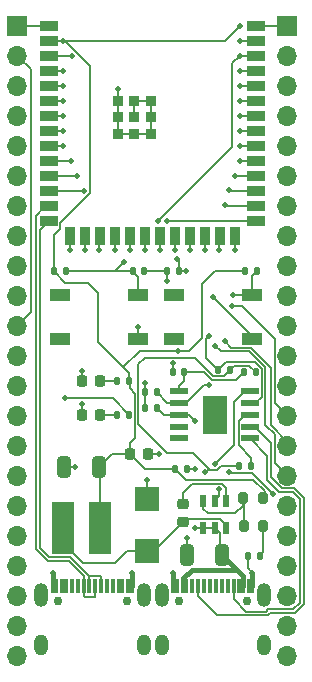
<source format=gbr>
%TF.GenerationSoftware,KiCad,Pcbnew,7.99.0-2389-gf842e6ac7a*%
%TF.CreationDate,2023-09-28T17:07:59+02:00*%
%TF.ProjectId,ESP32 PD Module,45535033-3220-4504-9420-4d6f64756c65,rev?*%
%TF.SameCoordinates,Original*%
%TF.FileFunction,Copper,L1,Top*%
%TF.FilePolarity,Positive*%
%FSLAX46Y46*%
G04 Gerber Fmt 4.6, Leading zero omitted, Abs format (unit mm)*
G04 Created by KiCad (PCBNEW 7.99.0-2389-gf842e6ac7a) date 2023-09-28 17:07:59*
%MOMM*%
%LPD*%
G01*
G04 APERTURE LIST*
G04 Aperture macros list*
%AMRoundRect*
0 Rectangle with rounded corners*
0 $1 Rounding radius*
0 $2 $3 $4 $5 $6 $7 $8 $9 X,Y pos of 4 corners*
0 Add a 4 corners polygon primitive as box body*
4,1,4,$2,$3,$4,$5,$6,$7,$8,$9,$2,$3,0*
0 Add four circle primitives for the rounded corners*
1,1,$1+$1,$2,$3*
1,1,$1+$1,$4,$5*
1,1,$1+$1,$6,$7*
1,1,$1+$1,$8,$9*
0 Add four rect primitives between the rounded corners*
20,1,$1+$1,$2,$3,$4,$5,0*
20,1,$1+$1,$4,$5,$6,$7,0*
20,1,$1+$1,$6,$7,$8,$9,0*
20,1,$1+$1,$8,$9,$2,$3,0*%
G04 Aperture macros list end*
%TA.AperFunction,SMDPad,CuDef*%
%ADD10RoundRect,0.135000X0.135000X0.185000X-0.135000X0.185000X-0.135000X-0.185000X0.135000X-0.185000X0*%
%TD*%
%TA.AperFunction,ComponentPad*%
%ADD11R,1.700000X1.700000*%
%TD*%
%TA.AperFunction,ComponentPad*%
%ADD12O,1.700000X1.700000*%
%TD*%
%TA.AperFunction,SMDPad,CuDef*%
%ADD13R,0.300000X1.300000*%
%TD*%
%TA.AperFunction,ComponentPad*%
%ADD14O,1.200000X1.800000*%
%TD*%
%TA.AperFunction,ComponentPad*%
%ADD15O,1.200000X2.000000*%
%TD*%
%TA.AperFunction,ComponentPad*%
%ADD16C,0.750000*%
%TD*%
%TA.AperFunction,SMDPad,CuDef*%
%ADD17RoundRect,0.218750X-0.218750X-0.256250X0.218750X-0.256250X0.218750X0.256250X-0.218750X0.256250X0*%
%TD*%
%TA.AperFunction,SMDPad,CuDef*%
%ADD18RoundRect,0.200000X0.200000X0.275000X-0.200000X0.275000X-0.200000X-0.275000X0.200000X-0.275000X0*%
%TD*%
%TA.AperFunction,SMDPad,CuDef*%
%ADD19R,1.700000X1.000000*%
%TD*%
%TA.AperFunction,SMDPad,CuDef*%
%ADD20RoundRect,0.250000X0.325000X0.650000X-0.325000X0.650000X-0.325000X-0.650000X0.325000X-0.650000X0*%
%TD*%
%TA.AperFunction,SMDPad,CuDef*%
%ADD21R,1.500000X0.600000*%
%TD*%
%TA.AperFunction,SMDPad,CuDef*%
%ADD22R,2.100000X3.300000*%
%TD*%
%TA.AperFunction,SMDPad,CuDef*%
%ADD23RoundRect,0.225000X-0.225000X-0.250000X0.225000X-0.250000X0.225000X0.250000X-0.225000X0.250000X0*%
%TD*%
%TA.AperFunction,SMDPad,CuDef*%
%ADD24R,2.000000X2.000000*%
%TD*%
%TA.AperFunction,SMDPad,CuDef*%
%ADD25RoundRect,0.225000X-0.250000X0.225000X-0.250000X-0.225000X0.250000X-0.225000X0.250000X0.225000X0*%
%TD*%
%TA.AperFunction,SMDPad,CuDef*%
%ADD26R,1.900000X4.500000*%
%TD*%
%TA.AperFunction,SMDPad,CuDef*%
%ADD27R,1.500000X0.900000*%
%TD*%
%TA.AperFunction,SMDPad,CuDef*%
%ADD28R,0.900000X1.500000*%
%TD*%
%TA.AperFunction,SMDPad,CuDef*%
%ADD29R,0.900000X0.900000*%
%TD*%
%TA.AperFunction,SMDPad,CuDef*%
%ADD30R,0.530000X0.990000*%
%TD*%
%TA.AperFunction,SMDPad,CuDef*%
%ADD31RoundRect,0.140000X-0.140000X-0.170000X0.140000X-0.170000X0.140000X0.170000X-0.140000X0.170000X0*%
%TD*%
%TA.AperFunction,SMDPad,CuDef*%
%ADD32RoundRect,0.140000X0.140000X0.170000X-0.140000X0.170000X-0.140000X-0.170000X0.140000X-0.170000X0*%
%TD*%
%TA.AperFunction,SMDPad,CuDef*%
%ADD33RoundRect,0.135000X-0.135000X-0.185000X0.135000X-0.185000X0.135000X0.185000X-0.135000X0.185000X0*%
%TD*%
%TA.AperFunction,SMDPad,CuDef*%
%ADD34RoundRect,0.200000X-0.200000X-0.275000X0.200000X-0.275000X0.200000X0.275000X-0.200000X0.275000X0*%
%TD*%
%TA.AperFunction,ViaPad*%
%ADD35C,0.500000*%
%TD*%
%TA.AperFunction,Conductor*%
%ADD36C,0.150000*%
%TD*%
%TA.AperFunction,Conductor*%
%ADD37C,0.200000*%
%TD*%
%TA.AperFunction,Conductor*%
%ADD38C,0.400000*%
%TD*%
G04 APERTURE END LIST*
D10*
%TO.P,R12,1*%
%TO.N,Net-(R12-Pad1)*%
X68760000Y-95700000D03*
%TO.P,R12,2*%
%TO.N,GND*%
X67740000Y-95700000D03*
%TD*%
D11*
%TO.P,J1,1,Pin_1*%
%TO.N,GND*%
X48260000Y-50800000D03*
D12*
%TO.P,J1,2,Pin_2*%
%TO.N,+3V3*%
X48260000Y-53340000D03*
%TO.P,J1,3,Pin_3*%
%TO.N,/GPIO4*%
X48260000Y-55880000D03*
%TO.P,J1,4,Pin_4*%
%TO.N,/GPIO5*%
X48260000Y-58420000D03*
%TO.P,J1,5,Pin_5*%
%TO.N,/GPIO6*%
X48260000Y-60960000D03*
%TO.P,J1,6,Pin_6*%
%TO.N,/GPIO7*%
X48260000Y-63500000D03*
%TO.P,J1,7,Pin_7*%
%TO.N,/GPIO15*%
X48260000Y-66040000D03*
%TO.P,J1,8,Pin_8*%
%TO.N,/GPIO16*%
X48260000Y-68580000D03*
%TO.P,J1,9,Pin_9*%
%TO.N,/GPIO17*%
X48260000Y-71120000D03*
%TO.P,J1,10,Pin_10*%
%TO.N,/GPIO18*%
X48260000Y-73660000D03*
%TO.P,J1,11,Pin_11*%
%TO.N,+3V3*%
X48260000Y-76200000D03*
%TO.P,J1,12,Pin_12*%
%TO.N,GND*%
X48260000Y-78740000D03*
%TO.P,J1,13,Pin_13*%
%TO.N,/GPIO8*%
X48260000Y-81280000D03*
%TO.P,J1,14,Pin_14*%
%TO.N,/GPIO3*%
X48260000Y-83820000D03*
%TO.P,J1,15,Pin_15*%
%TO.N,/GPIO46*%
X48260000Y-86360000D03*
%TO.P,J1,16,Pin_16*%
%TO.N,/GPIO9*%
X48260000Y-88900000D03*
%TO.P,J1,17,Pin_17*%
%TO.N,/GPIO10*%
X48260000Y-91440000D03*
%TO.P,J1,18,Pin_18*%
%TO.N,/GPIO11*%
X48260000Y-93980000D03*
%TO.P,J1,19,Pin_19*%
%TO.N,/GPIO12*%
X48260000Y-96520000D03*
%TO.P,J1,20,Pin_20*%
%TO.N,/GPIO13*%
X48260000Y-99060000D03*
%TO.P,J1,21,Pin_21*%
%TO.N,VBUS*%
X48260000Y-101600000D03*
%TO.P,J1,22,Pin_22*%
%TO.N,GND*%
X48260000Y-104140000D03*
%TD*%
D11*
%TO.P,J2,1,Pin_1*%
%TO.N,GND*%
X71120000Y-50800000D03*
D12*
%TO.P,J2,2,Pin_2*%
%TO.N,+3V3*%
X71120000Y-53340000D03*
%TO.P,J2,3,Pin_3*%
%TO.N,/GPIO1*%
X71120000Y-55880000D03*
%TO.P,J2,4,Pin_4*%
%TO.N,/GPIO2*%
X71120000Y-58420000D03*
%TO.P,J2,5,Pin_5*%
%TO.N,/GPIO43*%
X71120000Y-60960000D03*
%TO.P,J2,6,Pin_6*%
%TO.N,/GPIO44*%
X71120000Y-63500000D03*
%TO.P,J2,7,Pin_7*%
%TO.N,/GPIO42*%
X71120000Y-66040000D03*
%TO.P,J2,8,Pin_8*%
%TO.N,/GPIO41*%
X71120000Y-68580000D03*
%TO.P,J2,9,Pin_9*%
%TO.N,/GPIO40*%
X71120000Y-71120000D03*
%TO.P,J2,10,Pin_10*%
%TO.N,/GPIO39*%
X71120000Y-73660000D03*
%TO.P,J2,11,Pin_11*%
%TO.N,/GPIO38*%
X71120000Y-76200000D03*
%TO.P,J2,12,Pin_12*%
%TO.N,GND*%
X71120000Y-78740000D03*
%TO.P,J2,13,Pin_13*%
%TO.N,/GPIO37*%
X71120000Y-81280000D03*
%TO.P,J2,14,Pin_14*%
%TO.N,/GPIO36*%
X71120000Y-83820000D03*
%TO.P,J2,15,Pin_15*%
%TO.N,/GPIO35*%
X71120000Y-86360000D03*
%TO.P,J2,16,Pin_16*%
%TO.N,/GPIO45*%
X71120000Y-88900000D03*
%TO.P,J2,17,Pin_17*%
%TO.N,/GPIO48*%
X71120000Y-91440000D03*
%TO.P,J2,18,Pin_18*%
%TO.N,/GPIO47*%
X71120000Y-93980000D03*
%TO.P,J2,19,Pin_19*%
%TO.N,/GPIO21*%
X71120000Y-96520000D03*
%TO.P,J2,20,Pin_20*%
%TO.N,/GPIO14*%
X71120000Y-99060000D03*
%TO.P,J2,21,Pin_21*%
%TO.N,VBUS*%
X71120000Y-101600000D03*
%TO.P,J2,22,Pin_22*%
%TO.N,GND*%
X71120000Y-104140000D03*
%TD*%
D13*
%TO.P,USB2,B8,SBU2*%
%TO.N,unconnected-(USB2-SBU2-PadB8)*%
X52850000Y-98260000D03*
%TO.P,USB2,A5,CC1*%
%TO.N,unconnected-(USB2-CC1-PadA5)*%
X53350000Y-98260000D03*
%TO.P,USB2,B7,DN2*%
%TO.N,/D-*%
X53850000Y-98260000D03*
%TO.P,USB2,A6,DP1*%
%TO.N,/D+*%
X54350000Y-98260000D03*
%TO.P,USB2,A7,DN1*%
%TO.N,/D-*%
X54850000Y-98260000D03*
%TO.P,USB2,B6,DP2*%
%TO.N,/D+*%
X55350000Y-98260000D03*
%TO.P,USB2,A8,SBU1*%
%TO.N,unconnected-(USB2-SBU1-PadA8)*%
X55850000Y-98260000D03*
%TO.P,USB2,B5,CC2*%
%TO.N,unconnected-(USB2-CC2-PadB5)*%
X56350000Y-98260000D03*
%TO.P,USB2,A1,GND*%
%TO.N,GND*%
X51250000Y-98260000D03*
%TO.P,USB2,B12,GND*%
X51550000Y-98260000D03*
%TO.P,USB2,A4,VBUS*%
%TO.N,unconnected-(USB2-VBUS-PadA4)*%
X52050000Y-98260000D03*
%TO.P,USB2,B9,VBUS*%
%TO.N,unconnected-(USB2-VBUS-PadB9)*%
X52350000Y-98260000D03*
%TO.P,USB2,B4,VBUS*%
%TO.N,unconnected-(USB2-VBUS-PadB4)*%
X56850000Y-98260000D03*
%TO.P,USB2,A9,VBUS*%
%TO.N,unconnected-(USB2-VBUS-PadA9)*%
X57150000Y-98260000D03*
%TO.P,USB2,B1,GND*%
%TO.N,GND*%
X57650000Y-98260000D03*
%TO.P,USB2,A12,GND*%
X57950000Y-98260000D03*
D14*
%TO.P,USB2,2,SH*%
%TO.N,unconnected-(USB2-SH-Pad2)*%
X58930000Y-103200000D03*
D15*
%TO.P,USB2,1*%
%TO.N,N/C*%
X58930000Y-99020000D03*
%TO.P,USB2,0,SH*%
%TO.N,unconnected-(USB2-SH-Pad0)*%
X50270000Y-99020000D03*
D14*
%TO.P,USB2,3,SH*%
%TO.N,unconnected-(USB2-SH-Pad3)*%
X50270000Y-103200000D03*
D16*
%TO.P,USB2,*%
%TO.N,*%
X51700000Y-99520000D03*
X57500000Y-99520000D03*
%TD*%
D17*
%TO.P,D3,1,K*%
%TO.N,GND*%
X53712500Y-83750000D03*
%TO.P,D3,2,A*%
%TO.N,Net-(D3-A)*%
X55287500Y-83750000D03*
%TD*%
D18*
%TO.P,R3,2*%
%TO.N,Net-(U3-FB)*%
X67375000Y-90750000D03*
%TO.P,R3,1*%
%TO.N,+3V3*%
X69025000Y-90750000D03*
%TD*%
D19*
%TO.P,SW2,1,A*%
%TO.N,unconnected-(SW2-A-Pad1)*%
X61500000Y-73590000D03*
%TO.P,SW2,2,B*%
%TO.N,/GPIO0*%
X68100000Y-73590000D03*
%TO.P,SW2,3,C*%
%TO.N,unconnected-(SW2-C-Pad3)*%
X61500000Y-77290000D03*
%TO.P,SW2,4,D*%
%TO.N,GND*%
X68100000Y-77290000D03*
%TD*%
D20*
%TO.P,C2,1*%
%TO.N,+3V3*%
X55125000Y-88200000D03*
%TO.P,C2,2*%
%TO.N,GND*%
X52175000Y-88200000D03*
%TD*%
D21*
%TO.P,U4,1,VDD*%
%TO.N,Net-(U4-VDD)*%
X61950000Y-81750000D03*
%TO.P,U4,2,CFG2*%
%TO.N,/CFG2*%
X61950000Y-82750000D03*
%TO.P,U4,3,CFG3*%
%TO.N,/CFG3*%
X61950000Y-83750000D03*
%TO.P,U4,4,DP*%
%TO.N,unconnected-(U4-DP-Pad4)*%
X61950000Y-84750000D03*
%TO.P,U4,5,DM*%
%TO.N,unconnected-(U4-DM-Pad5)*%
X61950000Y-85750000D03*
%TO.P,U4,6,CC2*%
%TO.N,/CC2*%
X67950000Y-85750000D03*
%TO.P,U4,7,CC1*%
%TO.N,/CC1*%
X67950000Y-84750000D03*
%TO.P,U4,8,VBUS*%
%TO.N,Net-(U4-VBUS)*%
X67950000Y-83750000D03*
%TO.P,U4,9,CFG1*%
%TO.N,/CFG1*%
X67950000Y-82750000D03*
%TO.P,U4,10,PG*%
%TO.N,/PG*%
X67950000Y-81750000D03*
D22*
%TO.P,U4,11,GND*%
%TO.N,GND*%
X64950000Y-83750000D03*
%TD*%
D23*
%TO.P,C7,1*%
%TO.N,+3V3*%
X57800000Y-87100000D03*
%TO.P,C7,2*%
%TO.N,GND*%
X59350000Y-87100000D03*
%TD*%
D24*
%TO.P,D1,1,K*%
%TO.N,Net-(D1-K)*%
X59250000Y-95250000D03*
%TO.P,D1,2,A*%
%TO.N,GND*%
X59250000Y-90850000D03*
%TD*%
D25*
%TO.P,C4,1*%
%TO.N,Net-(U3-BST)*%
X62240000Y-91295000D03*
%TO.P,C4,2*%
%TO.N,Net-(D1-K)*%
X62240000Y-92845000D03*
%TD*%
D10*
%TO.P,R1,1*%
%TO.N,Net-(U4-VBUS)*%
X68010000Y-88100000D03*
%TO.P,R1,2*%
%TO.N,VBUS*%
X66990000Y-88100000D03*
%TD*%
D26*
%TO.P,L1,1,1*%
%TO.N,Net-(D1-K)*%
X52150000Y-93300000D03*
%TO.P,L1,2,2*%
%TO.N,+3V3*%
X55250000Y-93300000D03*
%TD*%
D27*
%TO.P,U2,1,GND*%
%TO.N,GND*%
X50915000Y-50820000D03*
%TO.P,U2,2,3V3*%
%TO.N,+3V3*%
X50915000Y-52090000D03*
%TO.P,U2,3,EN*%
%TO.N,Net-(SW1-B)*%
X50915000Y-53360000D03*
%TO.P,U2,4,GPIO4/TOUCH4/ADC1_CH3*%
%TO.N,/GPIO4*%
X50915000Y-54630000D03*
%TO.P,U2,5,GPIO5/TOUCH5/ADC1_CH4*%
%TO.N,/GPIO5*%
X50915000Y-55900000D03*
%TO.P,U2,6,GPIO6/TOUCH6/ADC1_CH5*%
%TO.N,/GPIO6*%
X50915000Y-57170000D03*
%TO.P,U2,7,GPIO7/TOUCH7/ADC1_CH6*%
%TO.N,/GPIO7*%
X50915000Y-58440000D03*
%TO.P,U2,8,GPIO15/U0RTS/ADC2_CH4/XTAL_32K_P*%
%TO.N,/GPIO15*%
X50915000Y-59710000D03*
%TO.P,U2,9,GPIO16/U0CTS/ADC2_CH5/XTAL_32K_N*%
%TO.N,/GPIO16*%
X50915000Y-60980000D03*
%TO.P,U2,10,GPIO17/U1TXD/ADC2_CH6*%
%TO.N,/GPIO17*%
X50915000Y-62250000D03*
%TO.P,U2,11,GPIO18/U1RXD/ADC2_CH7/CLK_OUT3*%
%TO.N,/GPIO18*%
X50915000Y-63520000D03*
%TO.P,U2,12,GPIO8/TOUCH8/ADC1_CH7/SUBSPICS1*%
%TO.N,/GPIO8*%
X50915000Y-64790000D03*
%TO.P,U2,13,GPIO19/U1RTS/ADC2_CH8/CLK_OUT2/USB_D-*%
%TO.N,/D-*%
X50915000Y-66060000D03*
%TO.P,U2,14,GPIO20/U1CTS/ADC2_CH9/CLK_OUT1/USB_D+*%
%TO.N,/D+*%
X50915000Y-67330000D03*
D28*
%TO.P,U2,15,GPIO3/TOUCH3/ADC1_CH2*%
%TO.N,/GPIO3*%
X52680000Y-68580000D03*
%TO.P,U2,16,GPIO46*%
%TO.N,/GPIO46*%
X53950000Y-68580000D03*
%TO.P,U2,17,GPIO9/TOUCH9/ADC1_CH8/FSPIHD/SUBSPIHD*%
%TO.N,/GPIO9*%
X55220000Y-68580000D03*
%TO.P,U2,18,GPIO10/TOUCH10/ADC1_CH9/FSPICS0/FSPIIO4/SUBSPICS0*%
%TO.N,/GPIO10*%
X56490000Y-68580000D03*
%TO.P,U2,19,GPIO11/TOUCH11/ADC2_CH0/FSPID/FSPIIO5/SUBSPID*%
%TO.N,/GPIO11*%
X57760000Y-68580000D03*
%TO.P,U2,20,GPIO12/TOUCH12/ADC2_CH1/FSPICLK/FSPIIO6/SUBSPICLK*%
%TO.N,/GPIO12*%
X59030000Y-68580000D03*
%TO.P,U2,21,GPIO13/TOUCH13/ADC2_CH2/FSPIQ/FSPIIO7/SUBSPIQ*%
%TO.N,/GPIO13*%
X60300000Y-68580000D03*
%TO.P,U2,22,GPIO14/TOUCH14/ADC2_CH3/FSPIWP/FSPIDQS/SUBSPIWP*%
%TO.N,/GPIO14*%
X61570000Y-68580000D03*
%TO.P,U2,23,GPIO21*%
%TO.N,/GPIO21*%
X62840000Y-68580000D03*
%TO.P,U2,24,GPIO47/SPICLK_P/SUBSPICLK_P_DIFF*%
%TO.N,/GPIO47*%
X64110000Y-68580000D03*
%TO.P,U2,25,GPIO48/SPICLK_N/SUBSPICLK_N_DIFF*%
%TO.N,/GPIO48*%
X65380000Y-68580000D03*
%TO.P,U2,26,GPIO45*%
%TO.N,/GPIO45*%
X66650000Y-68580000D03*
D27*
%TO.P,U2,27,GPIO0/BOOT*%
%TO.N,/GPIO0*%
X68415000Y-67330000D03*
%TO.P,U2,28,SPIIO6/GPIO35/FSPID/SUBSPID*%
%TO.N,/GPIO35*%
X68415000Y-66060000D03*
%TO.P,U2,29,SPIIO7/GPIO36/FSPICLK/SUBSPICLK*%
%TO.N,/GPIO36*%
X68415000Y-64790000D03*
%TO.P,U2,30,SPIDQS/GPIO37/FSPIQ/SUBSPIQ*%
%TO.N,/GPIO37*%
X68415000Y-63520000D03*
%TO.P,U2,31,GPIO38/FSPIWP/SUBSPIWP*%
%TO.N,/GPIO38*%
X68415000Y-62250000D03*
%TO.P,U2,32,MTCK/GPIO39/CLK_OUT3/SUBSPICS1*%
%TO.N,/GPIO39*%
X68415000Y-60980000D03*
%TO.P,U2,33,MTDO/GPIO40/CLK_OUT2*%
%TO.N,/GPIO40*%
X68415000Y-59710000D03*
%TO.P,U2,34,MTDI/GPIO41/CLK_OUT1*%
%TO.N,/GPIO41*%
X68415000Y-58440000D03*
%TO.P,U2,35,MTMS/GPIO42*%
%TO.N,/GPIO42*%
X68415000Y-57170000D03*
%TO.P,U2,36,U0RXD/GPIO44/CLK_OUT2*%
%TO.N,/GPIO44*%
X68415000Y-55900000D03*
%TO.P,U2,37,U0TXD/GPIO43/CLK_OUT1*%
%TO.N,/GPIO43*%
X68415000Y-54630000D03*
%TO.P,U2,38,GPIO2/TOUCH2/ADC1_CH1*%
%TO.N,/GPIO2*%
X68415000Y-53360000D03*
%TO.P,U2,39,GPIO1/TOUCH1/ADC1_CH0*%
%TO.N,/GPIO1*%
X68415000Y-52090000D03*
%TO.P,U2,40,GND*%
%TO.N,GND*%
X68415000Y-50820000D03*
D29*
%TO.P,U2,41,GND*%
X56765000Y-57140000D03*
X56765000Y-58540000D03*
X56765000Y-59940000D03*
X58165000Y-57140000D03*
X58165000Y-58540000D03*
X58165000Y-59940000D03*
X59565000Y-57140000D03*
X59565000Y-58540000D03*
X59565000Y-59940000D03*
%TD*%
D10*
%TO.P,R11,1*%
%TO.N,/CFG3*%
X60100000Y-83200000D03*
%TO.P,R11,2*%
%TO.N,GND*%
X59080000Y-83200000D03*
%TD*%
%TO.P,R7,1*%
%TO.N,+3V3*%
X57710000Y-80900000D03*
%TO.P,R7,2*%
%TO.N,Net-(D2-A)*%
X56690000Y-80900000D03*
%TD*%
%TO.P,R10,1*%
%TO.N,/CFG2*%
X60110000Y-81850000D03*
%TO.P,R10,2*%
%TO.N,GND*%
X59090000Y-81850000D03*
%TD*%
D30*
%TO.P,U3,6,SW*%
%TO.N,Net-(D1-K)*%
X65900000Y-93300000D03*
%TO.P,U3,5,VIN*%
%TO.N,VBUS*%
X64950000Y-93300000D03*
%TO.P,U3,4,EN*%
X64000000Y-93300000D03*
%TO.P,U3,3,FB*%
%TO.N,Net-(U3-FB)*%
X64000000Y-91000000D03*
%TO.P,U3,2,GND*%
%TO.N,GND*%
X64950000Y-91000000D03*
%TO.P,U3,1,BST*%
%TO.N,Net-(U3-BST)*%
X65900000Y-91000000D03*
%TD*%
D16*
%TO.P,USB1,*%
%TO.N,*%
X61900000Y-99520000D03*
X67700000Y-99520000D03*
D15*
%TO.P,USB1,0,SH*%
%TO.N,unconnected-(USB1-SH-Pad0)*%
X60470000Y-99020000D03*
%TO.P,USB1,1*%
%TO.N,N/C*%
X69130000Y-99020000D03*
D14*
%TO.P,USB1,2,SH*%
%TO.N,unconnected-(USB1-SH-Pad2)*%
X69130000Y-103200000D03*
%TO.P,USB1,3,SH*%
%TO.N,unconnected-(USB1-SH-Pad3)*%
X60470000Y-103200000D03*
D13*
%TO.P,USB1,A1,GND*%
%TO.N,GND*%
X61450000Y-98260000D03*
%TO.P,USB1,A4,VBUS*%
%TO.N,VBUS*%
X62250000Y-98260000D03*
%TO.P,USB1,A5,CC1*%
%TO.N,/CC1*%
X63550000Y-98260000D03*
%TO.P,USB1,A6,DP1*%
%TO.N,unconnected-(USB1-DP1-PadA6)*%
X64550000Y-98260000D03*
%TO.P,USB1,A7,DN1*%
%TO.N,unconnected-(USB1-DN1-PadA7)*%
X65050000Y-98260000D03*
%TO.P,USB1,A8,SBU1*%
%TO.N,unconnected-(USB1-SBU1-PadA8)*%
X66050000Y-98260000D03*
%TO.P,USB1,A9,VBUS*%
%TO.N,VBUS*%
X67350000Y-98260000D03*
%TO.P,USB1,A12,GND*%
%TO.N,GND*%
X68150000Y-98260000D03*
%TO.P,USB1,B1,GND*%
X67850000Y-98260000D03*
%TO.P,USB1,B4,VBUS*%
%TO.N,VBUS*%
X67050000Y-98260000D03*
%TO.P,USB1,B5,CC2*%
%TO.N,/CC2*%
X66550000Y-98260000D03*
%TO.P,USB1,B6,DP2*%
%TO.N,unconnected-(USB1-DP2-PadB6)*%
X65550000Y-98260000D03*
%TO.P,USB1,B7,DN2*%
%TO.N,unconnected-(USB1-DN2-PadB7)*%
X64050000Y-98260000D03*
%TO.P,USB1,B8,SBU2*%
%TO.N,unconnected-(USB1-SBU2-PadB8)*%
X63050000Y-98260000D03*
%TO.P,USB1,B9,VBUS*%
%TO.N,VBUS*%
X62550000Y-98260000D03*
%TO.P,USB1,B12,GND*%
%TO.N,GND*%
X61750000Y-98260000D03*
%TD*%
D31*
%TO.P,C5,1*%
%TO.N,Net-(SW1-B)*%
X58020000Y-71600000D03*
%TO.P,C5,2*%
%TO.N,GND*%
X58980000Y-71600000D03*
%TD*%
D32*
%TO.P,C6,1*%
%TO.N,/GPIO0*%
X61900000Y-71600000D03*
%TO.P,C6,2*%
%TO.N,GND*%
X60940000Y-71600000D03*
%TD*%
D33*
%TO.P,R5,1*%
%TO.N,+3V3*%
X51340000Y-71600000D03*
%TO.P,R5,2*%
%TO.N,Net-(SW1-B)*%
X52360000Y-71600000D03*
%TD*%
%TO.P,R9,1*%
%TO.N,/CFG1*%
X65250000Y-79950000D03*
%TO.P,R9,2*%
%TO.N,VBUS*%
X66270000Y-79950000D03*
%TD*%
D31*
%TO.P,C1,1*%
%TO.N,GND*%
X61400000Y-80150000D03*
%TO.P,C1,2*%
%TO.N,Net-(U4-VDD)*%
X62360000Y-80150000D03*
%TD*%
D33*
%TO.P,R6,1*%
%TO.N,+3V3*%
X67490000Y-71600000D03*
%TO.P,R6,2*%
%TO.N,/GPIO0*%
X68510000Y-71600000D03*
%TD*%
D20*
%TO.P,C3,1*%
%TO.N,VBUS*%
X65575000Y-95600000D03*
%TO.P,C3,2*%
%TO.N,GND*%
X62625000Y-95600000D03*
%TD*%
D31*
%TO.P,C8,1*%
%TO.N,+3V3*%
X61620000Y-88350000D03*
%TO.P,C8,2*%
%TO.N,GND*%
X62580000Y-88350000D03*
%TD*%
D17*
%TO.P,D2,1,K*%
%TO.N,GND*%
X53712500Y-80900000D03*
%TO.P,D2,2,A*%
%TO.N,Net-(D2-A)*%
X55287500Y-80900000D03*
%TD*%
D34*
%TO.P,R4,2*%
%TO.N,Net-(R12-Pad1)*%
X69075000Y-93150000D03*
%TO.P,R4,1*%
%TO.N,Net-(U3-FB)*%
X67425000Y-93150000D03*
%TD*%
D19*
%TO.P,SW1,1,A*%
%TO.N,unconnected-(SW1-A-Pad1)*%
X51870000Y-73590000D03*
%TO.P,SW1,2,B*%
%TO.N,Net-(SW1-B)*%
X58470000Y-73590000D03*
%TO.P,SW1,3,C*%
%TO.N,unconnected-(SW1-C-Pad3)*%
X51870000Y-77290000D03*
%TO.P,SW1,4,D*%
%TO.N,GND*%
X58470000Y-77290000D03*
%TD*%
D33*
%TO.P,R2,1*%
%TO.N,Net-(U4-VDD)*%
X67400000Y-80150000D03*
%TO.P,R2,2*%
%TO.N,VBUS*%
X68420000Y-80150000D03*
%TD*%
D10*
%TO.P,R8,1*%
%TO.N,/GPIO2*%
X57710000Y-83750000D03*
%TO.P,R8,2*%
%TO.N,Net-(D3-A)*%
X56690000Y-83750000D03*
%TD*%
D35*
%TO.N,GND*%
X51250000Y-97100000D03*
X57950000Y-97100000D03*
X61450000Y-97100000D03*
X68150000Y-97100000D03*
%TO.N,VBUS*%
X66850000Y-96850000D03*
%TO.N,GND*%
X59250000Y-89300000D03*
X65650000Y-85050000D03*
X64950000Y-84250000D03*
X59050000Y-81050000D03*
X61400000Y-79400000D03*
X56750000Y-56150000D03*
X64250000Y-85050000D03*
X53700000Y-82850000D03*
X65350000Y-90050000D03*
X62600000Y-94150000D03*
X63250000Y-88350000D03*
X60250000Y-87100000D03*
X53700000Y-80000000D03*
X64800000Y-73800000D03*
X60950000Y-72400000D03*
X53150000Y-88200000D03*
X58450000Y-76350000D03*
%TO.N,+3V3*%
X61850000Y-78300000D03*
X67100000Y-50800000D03*
X52150000Y-52100000D03*
%TO.N,VBUS*%
X63249997Y-93300003D03*
X64149996Y-88600004D03*
%TO.N,Net-(SW1-B)*%
X52850000Y-53350000D03*
X57300000Y-70800000D03*
%TO.N,/GPIO0*%
X66500000Y-73600000D03*
X61800000Y-70550000D03*
X62550000Y-71550000D03*
X60950000Y-67350000D03*
%TO.N,/CFG1*%
X64500000Y-77100000D03*
%TO.N,/CFG3*%
X63300000Y-84250000D03*
%TO.N,/CFG2*%
X64500000Y-81250000D03*
%TO.N,/GPIO4*%
X52150000Y-54650000D03*
%TO.N,/GPIO5*%
X52150000Y-55900000D03*
%TO.N,/GPIO6*%
X52150002Y-57170000D03*
%TO.N,/GPIO7*%
X52150000Y-58440000D03*
%TO.N,/GPIO15*%
X52150000Y-59710000D03*
%TO.N,/GPIO16*%
X52150000Y-60980000D03*
%TO.N,/GPIO17*%
X52800000Y-62250000D03*
%TO.N,/GPIO18*%
X53300000Y-63500000D03*
%TO.N,/GPIO8*%
X53900000Y-64800000D03*
%TO.N,/GPIO3*%
X52700000Y-69750000D03*
%TO.N,/GPIO46*%
X53950000Y-69750000D03*
%TO.N,/GPIO9*%
X55200000Y-69750000D03*
%TO.N,/GPIO10*%
X56500000Y-69750000D03*
%TO.N,/GPIO11*%
X57750000Y-69750000D03*
%TO.N,/GPIO12*%
X59050000Y-69750000D03*
%TO.N,/GPIO13*%
X60300000Y-69750000D03*
%TO.N,/GPIO14*%
X61600000Y-69750000D03*
%TO.N,/GPIO21*%
X62850000Y-69750000D03*
%TO.N,/GPIO47*%
X64100000Y-69750000D03*
%TO.N,/GPIO48*%
X65350000Y-69750000D03*
%TO.N,/GPIO45*%
X65000000Y-77900000D03*
X66650000Y-69750000D03*
%TO.N,/GPIO35*%
X65800000Y-66000000D03*
X65799999Y-77499989D03*
%TO.N,/GPIO36*%
X66150000Y-64750000D03*
X66400000Y-74500000D03*
%TO.N,/GPIO37*%
X66650000Y-63550000D03*
X69900000Y-90450000D03*
X66150004Y-88550000D03*
%TO.N,/GPIO38*%
X67100000Y-62250000D03*
%TO.N,/GPIO39*%
X67100000Y-61000000D03*
%TO.N,/GPIO40*%
X67100000Y-59700000D03*
%TO.N,/GPIO41*%
X67100000Y-58450000D03*
%TO.N,/GPIO42*%
X67100000Y-57150000D03*
%TO.N,/GPIO44*%
X67100000Y-55900000D03*
%TO.N,/GPIO43*%
X67100000Y-54650000D03*
%TO.N,/GPIO2*%
X60150000Y-67350000D03*
X52300000Y-82350000D03*
X67100000Y-53350000D03*
%TO.N,/GPIO1*%
X67100000Y-52100000D03*
%TO.N,/PG*%
X64950000Y-87900000D03*
%TD*%
D36*
%TO.N,Net-(R12-Pad1)*%
X68760000Y-95700000D02*
X69075000Y-95385000D01*
X69075000Y-95385000D02*
X69075000Y-93150000D01*
%TO.N,GND*%
X67740000Y-96690000D02*
X68150000Y-97100000D01*
%TO.N,Net-(R12-Pad1)*%
X68760000Y-95650000D02*
X69160000Y-95250000D01*
%TO.N,GND*%
X67740000Y-95700000D02*
X67740000Y-96690000D01*
%TO.N,Net-(U3-FB)*%
X67425000Y-93150000D02*
X67425000Y-90800000D01*
X64000000Y-91000000D02*
X64000000Y-91700000D01*
X66700000Y-92100000D02*
X67375000Y-91425000D01*
X64000000Y-91700000D02*
X64400000Y-92100000D01*
X64400000Y-92100000D02*
X66700000Y-92100000D01*
X67375000Y-91425000D02*
X67375000Y-90750000D01*
%TO.N,+3V3*%
X69175000Y-90225000D02*
X68200000Y-89250000D01*
%TO.N,Net-(U3-FB)*%
X64000000Y-91500000D02*
X64000000Y-91000000D01*
%TO.N,+3V3*%
X68200000Y-89250000D02*
X62520000Y-89250000D01*
X62520000Y-89250000D02*
X61620000Y-88350000D01*
%TO.N,/GPIO37*%
X68095000Y-88645000D02*
X69900000Y-90450000D01*
X66245004Y-88645000D02*
X68095000Y-88645000D01*
X66150004Y-88550000D02*
X66245004Y-88645000D01*
%TO.N,/CC1*%
X70675000Y-89975000D02*
X69745000Y-89045000D01*
X71699264Y-89975000D02*
X70675000Y-89975000D01*
X63550000Y-98260000D02*
X63550000Y-99060000D01*
X72500000Y-90775736D02*
X71699264Y-89975000D01*
X72500000Y-99800000D02*
X72500000Y-90775736D01*
X69615990Y-100525000D02*
X71775000Y-100525000D01*
%TO.N,/CC2*%
X71575000Y-90275000D02*
X70425000Y-90275000D01*
%TO.N,/CC1*%
X65190000Y-100700000D02*
X69440990Y-100700000D01*
X63550000Y-99060000D02*
X65190000Y-100700000D01*
X69745000Y-89045000D02*
X69745000Y-86095000D01*
%TO.N,/CC2*%
X72200000Y-99650000D02*
X72200000Y-90900000D01*
X66550000Y-98260000D02*
X66550000Y-99365606D01*
X69400000Y-89250000D02*
X69400000Y-87200000D01*
X66550000Y-99365606D02*
X67584394Y-100400000D01*
X71625000Y-100225000D02*
X72200000Y-99650000D01*
X67584394Y-100400000D02*
X69316726Y-100400000D01*
X69316726Y-100400000D02*
X69491726Y-100225000D01*
X69491726Y-100225000D02*
X71625000Y-100225000D01*
X72200000Y-90900000D02*
X71575000Y-90275000D01*
%TO.N,/CC1*%
X69745000Y-86095000D02*
X68400000Y-84750000D01*
%TO.N,/CC2*%
X70425000Y-90275000D02*
X69400000Y-89250000D01*
%TO.N,/CC1*%
X69440990Y-100700000D02*
X69615990Y-100525000D01*
X71775000Y-100525000D02*
X72500000Y-99800000D01*
%TO.N,/CC2*%
X69400000Y-87200000D02*
X67950000Y-85750000D01*
D37*
%TO.N,/D-*%
X50805026Y-96150000D02*
X49800000Y-95144974D01*
X49800000Y-66875000D02*
X50615000Y-66060000D01*
X53850000Y-97410000D02*
X52590000Y-96150000D01*
X49800000Y-95144974D02*
X49800000Y-66875000D01*
X53850000Y-98260000D02*
X53850000Y-97410000D01*
X52590000Y-96150000D02*
X50805026Y-96150000D01*
%TO.N,/D+*%
X54350000Y-98260000D02*
X54350000Y-97410000D01*
X52740000Y-95800000D02*
X50950000Y-95800000D01*
X54350000Y-97410000D02*
X52740000Y-95800000D01*
X50950000Y-95800000D02*
X50150000Y-95000000D01*
X50150000Y-95000000D02*
X50150000Y-68095000D01*
X50150000Y-68095000D02*
X50915000Y-67330000D01*
X54350000Y-97410000D02*
X54400000Y-97360000D01*
X55300000Y-97360000D02*
X55350000Y-97410000D01*
X54400000Y-97360000D02*
X55300000Y-97360000D01*
X55350000Y-97410000D02*
X55350000Y-98260000D01*
%TO.N,/D-*%
X53850000Y-98260000D02*
X53850000Y-99060000D01*
X54850000Y-99110000D02*
X54850000Y-98260000D01*
X53850000Y-99060000D02*
X53950000Y-99160000D01*
X54800000Y-99160000D02*
X54850000Y-99110000D01*
X53950000Y-99160000D02*
X54800000Y-99160000D01*
D38*
%TO.N,GND*%
X51250000Y-98260000D02*
X51250000Y-97100000D01*
X57950000Y-98260000D02*
X57950000Y-97100000D01*
X61450000Y-98260000D02*
X61450000Y-97100000D01*
%TO.N,VBUS*%
X62250000Y-98260000D02*
X62250000Y-97600000D01*
X62250000Y-97600000D02*
X63000000Y-96850000D01*
X63000000Y-96850000D02*
X66850000Y-96850000D01*
X67350000Y-98260000D02*
X67350000Y-97350000D01*
X67350000Y-97350000D02*
X66850000Y-96850000D01*
%TO.N,GND*%
X68150000Y-98260000D02*
X68150000Y-97100000D01*
D36*
%TO.N,Net-(D1-K)*%
X65400000Y-92550000D02*
X65900000Y-93050000D01*
X62535000Y-92550000D02*
X65400000Y-92550000D01*
%TO.N,VBUS*%
X63250000Y-93300000D02*
X64000000Y-93300000D01*
X63250000Y-93300000D02*
X63249997Y-93300003D01*
X64000000Y-93300000D02*
X64950000Y-93300000D01*
%TO.N,Net-(U3-BST)*%
X65900000Y-91000000D02*
X65900000Y-89922591D01*
X65900000Y-89922591D02*
X65548409Y-89571000D01*
%TO.N,GND*%
X64950000Y-91000000D02*
X65350000Y-90600000D01*
%TO.N,Net-(U3-BST)*%
X65548409Y-89571000D02*
X63029000Y-89571000D01*
X63029000Y-89571000D02*
X62240000Y-90360000D01*
X62240000Y-90360000D02*
X62240000Y-91295000D01*
%TO.N,GND*%
X65350000Y-90600000D02*
X65350000Y-90050000D01*
%TO.N,VBUS*%
X64950000Y-93300000D02*
X65377500Y-93727500D01*
X65377500Y-93727500D02*
X65377500Y-95402500D01*
D38*
X65600000Y-95600000D02*
X66850000Y-96850000D01*
D36*
X64149996Y-88600004D02*
X64436296Y-88313704D01*
X66960998Y-88070998D02*
X65501593Y-88070998D01*
X65501593Y-88070998D02*
X65151591Y-88421000D01*
X64543592Y-88421000D02*
X64436296Y-88313704D01*
X65151591Y-88421000D02*
X64543592Y-88421000D01*
%TO.N,GND*%
X59040000Y-81850000D02*
X59040000Y-81060000D01*
X62580000Y-88350000D02*
X63250000Y-88350000D01*
X50915000Y-50820000D02*
X48280000Y-50820000D01*
X56765000Y-57140000D02*
X56765000Y-59940000D01*
X53712500Y-80012500D02*
X53700000Y-80000000D01*
X58470000Y-76370000D02*
X58450000Y-76350000D01*
X56765000Y-57140000D02*
X56765000Y-56165000D01*
X68415000Y-50820000D02*
X71100000Y-50820000D01*
X53712500Y-82862500D02*
X53700000Y-82850000D01*
X53712500Y-80900000D02*
X53712500Y-80012500D01*
X53712500Y-83750000D02*
X53712500Y-82862500D01*
X59565000Y-59940000D02*
X59565000Y-57140000D01*
X59350000Y-87100000D02*
X60250000Y-87100000D01*
X59040000Y-81060000D02*
X59050000Y-81050000D01*
X60940000Y-71600000D02*
X60940000Y-72390000D01*
X56765000Y-56165000D02*
X56750000Y-56150000D01*
X68100000Y-77100000D02*
X64800000Y-73800000D01*
X52175000Y-88200000D02*
X53150000Y-88200000D01*
X60940000Y-71600000D02*
X58980000Y-71600000D01*
X58470000Y-77290000D02*
X58470000Y-76370000D01*
X56765000Y-59940000D02*
X59565000Y-59940000D01*
X59080000Y-83200000D02*
X59080000Y-81890000D01*
X62625000Y-94175000D02*
X62600000Y-94150000D01*
X60940000Y-72390000D02*
X60950000Y-72400000D01*
X59565000Y-57140000D02*
X58165000Y-57140000D01*
X62625000Y-95600000D02*
X62625000Y-94175000D01*
X61400000Y-80150000D02*
X61400000Y-79400000D01*
X59250000Y-90850000D02*
X59250000Y-89300000D01*
X58165000Y-57140000D02*
X58165000Y-58540000D01*
%TO.N,Net-(U4-VDD)*%
X61950000Y-81300000D02*
X62360000Y-80890000D01*
X67400000Y-80150000D02*
X66755000Y-80795000D01*
X66755000Y-80795000D02*
X64720736Y-80795000D01*
X62360000Y-80890000D02*
X62360000Y-80150000D01*
X61950000Y-81750000D02*
X61950000Y-81300000D01*
X64075736Y-80150000D02*
X62360000Y-80150000D01*
X64720736Y-80795000D02*
X64075736Y-80150000D01*
%TO.N,+3V3*%
X57800000Y-87100000D02*
X57800000Y-86105000D01*
X54379000Y-64998409D02*
X54379000Y-54201591D01*
X49400000Y-75060000D02*
X49400000Y-54480000D01*
X57200000Y-79700000D02*
X55050000Y-77550000D01*
X48260000Y-76200000D02*
X49400000Y-75060000D01*
X54379000Y-54201591D02*
X52277409Y-52100000D01*
X52150000Y-52100000D02*
X50925000Y-52100000D01*
X64950000Y-71600000D02*
X63850000Y-72700000D01*
X61850000Y-78300000D02*
X58600000Y-78300000D01*
X67490000Y-71600000D02*
X64950000Y-71600000D01*
X49400000Y-54480000D02*
X48260000Y-53340000D01*
X52277409Y-52100000D02*
X52150000Y-52100000D01*
X52290000Y-72550000D02*
X51340000Y-71600000D01*
X57800000Y-86105000D02*
X58205000Y-85700000D01*
X51350000Y-71590000D02*
X51350000Y-68545000D01*
X57755000Y-80945000D02*
X57755000Y-81500000D01*
X63850000Y-77250000D02*
X62800000Y-78300000D01*
X57755000Y-81500000D02*
X58205000Y-81950000D01*
X55050000Y-77550000D02*
X55050000Y-73400000D01*
X58600000Y-78300000D02*
X57200000Y-79700000D01*
X51350000Y-68545000D02*
X51890000Y-68005000D01*
X62800000Y-78300000D02*
X61850000Y-78300000D01*
X55050000Y-73400000D02*
X54200000Y-72550000D01*
X59050000Y-88350000D02*
X61620000Y-88350000D01*
X55250000Y-93300000D02*
X55250000Y-88325000D01*
X57710000Y-80900000D02*
X57710000Y-80210000D01*
X51890000Y-68005000D02*
X51890000Y-67487409D01*
X63850000Y-72700000D02*
X63850000Y-77250000D01*
X54200000Y-72550000D02*
X52290000Y-72550000D01*
X52150000Y-52100000D02*
X65800000Y-52100000D01*
X57710000Y-80210000D02*
X57200000Y-79700000D01*
X51890000Y-67487409D02*
X54379000Y-64998409D01*
X57800000Y-87100000D02*
X59050000Y-88350000D01*
X65800000Y-52100000D02*
X67100000Y-50800000D01*
X56225000Y-87100000D02*
X57800000Y-87100000D01*
X58205000Y-85700000D02*
X58205000Y-81950000D01*
X55125000Y-88200000D02*
X56225000Y-87100000D01*
%TO.N,VBUS*%
X66615000Y-79605000D02*
X67875000Y-79605000D01*
X65725000Y-80495000D02*
X66270000Y-79950000D01*
X63122591Y-87000000D02*
X60950000Y-87000000D01*
X66270000Y-79950000D02*
X66615000Y-79605000D01*
X58505000Y-84555000D02*
X58505000Y-79445000D01*
X64845000Y-80495000D02*
X65725000Y-80495000D01*
X64436296Y-88313704D02*
X63122591Y-87000000D01*
X58505000Y-79445000D02*
X59029000Y-78921000D01*
X63271000Y-78921000D02*
X64845000Y-80495000D01*
X60950000Y-87000000D02*
X58505000Y-84555000D01*
X59029000Y-78921000D02*
X63271000Y-78921000D01*
X67875000Y-79605000D02*
X68420000Y-80150000D01*
%TO.N,Net-(D1-K)*%
X53800000Y-96250000D02*
X56550000Y-96250000D01*
X52150000Y-94600000D02*
X53800000Y-96250000D01*
X56550000Y-96250000D02*
X57550000Y-95250000D01*
X59835000Y-95250000D02*
X62240000Y-92845000D01*
X57550000Y-95250000D02*
X59250000Y-95250000D01*
%TO.N,Net-(SW1-B)*%
X58470000Y-72050000D02*
X58020000Y-71600000D01*
X58020000Y-71600000D02*
X52360000Y-71600000D01*
X56500000Y-71600000D02*
X57300000Y-70800000D01*
X52250000Y-53350000D02*
X52240000Y-53360000D01*
X58470000Y-73590000D02*
X58470000Y-72050000D01*
X52360000Y-71600000D02*
X56500000Y-71600000D01*
X52240000Y-53360000D02*
X50915000Y-53360000D01*
X52850000Y-53350000D02*
X52250000Y-53350000D01*
%TO.N,/GPIO0*%
X68100000Y-73590000D02*
X68100000Y-72010000D01*
X66510000Y-73590000D02*
X68100000Y-73590000D01*
X61900000Y-71600000D02*
X62500000Y-71600000D01*
X61900000Y-70650000D02*
X61800000Y-70550000D01*
X60970000Y-67330000D02*
X68415000Y-67330000D01*
X60950000Y-67350000D02*
X60970000Y-67330000D01*
X62500000Y-71600000D02*
X62550000Y-71550000D01*
X61900000Y-71600000D02*
X61900000Y-70650000D01*
X66500000Y-73600000D02*
X66510000Y-73590000D01*
X68100000Y-72010000D02*
X68510000Y-71600000D01*
%TO.N,Net-(U4-VBUS)*%
X67500000Y-83750000D02*
X66975000Y-84275000D01*
X68010000Y-87360000D02*
X68010000Y-88100000D01*
X66975000Y-84275000D02*
X66975000Y-86325000D01*
X66975000Y-86325000D02*
X68010000Y-87360000D01*
%TO.N,/CFG1*%
X65895000Y-79305000D02*
X68404117Y-79305000D01*
X65250000Y-79950000D02*
X65895000Y-79305000D01*
X68404117Y-79305000D02*
X68925000Y-79825883D01*
X64250000Y-77350000D02*
X64500000Y-77100000D01*
X68925000Y-82225000D02*
X68400000Y-82750000D01*
X64250000Y-78950000D02*
X64250000Y-77350000D01*
X68925000Y-79825883D02*
X68925000Y-82225000D01*
X65250000Y-79950000D02*
X64250000Y-78950000D01*
%TO.N,/CFG3*%
X61950000Y-83750000D02*
X60650000Y-83750000D01*
X61950000Y-83750000D02*
X62800000Y-83750000D01*
X60650000Y-83750000D02*
X60100000Y-83200000D01*
X62800000Y-83750000D02*
X63300000Y-84250000D01*
%TO.N,/CFG2*%
X64024264Y-81250000D02*
X64500000Y-81250000D01*
X61950000Y-82750000D02*
X60960000Y-82750000D01*
X62524264Y-82750000D02*
X64024264Y-81250000D01*
X60960000Y-82750000D02*
X60060000Y-81850000D01*
%TO.N,/GPIO4*%
X52150000Y-54650000D02*
X50935000Y-54650000D01*
%TO.N,/GPIO5*%
X50915000Y-55900000D02*
X52150000Y-55900000D01*
%TO.N,/GPIO6*%
X50915000Y-57170000D02*
X52150002Y-57170000D01*
%TO.N,/GPIO7*%
X50915000Y-58440000D02*
X52150000Y-58440000D01*
%TO.N,/GPIO15*%
X50915000Y-59710000D02*
X52150000Y-59710000D01*
%TO.N,/GPIO16*%
X50915000Y-60980000D02*
X52150000Y-60980000D01*
%TO.N,/GPIO17*%
X52800000Y-62250000D02*
X50915000Y-62250000D01*
%TO.N,/GPIO18*%
X50915000Y-63520000D02*
X53280000Y-63520000D01*
X53280000Y-63520000D02*
X53300000Y-63500000D01*
%TO.N,/GPIO8*%
X53900000Y-64800000D02*
X53890000Y-64790000D01*
X53890000Y-64790000D02*
X50915000Y-64790000D01*
%TO.N,/GPIO3*%
X52700000Y-69750000D02*
X52700000Y-68600000D01*
%TO.N,/GPIO46*%
X53950000Y-69750000D02*
X53950000Y-68580000D01*
%TO.N,/GPIO9*%
X55200000Y-69750000D02*
X55200000Y-68600000D01*
%TO.N,/GPIO10*%
X56500000Y-69750000D02*
X56500000Y-68590000D01*
%TO.N,/GPIO11*%
X57760000Y-68580000D02*
X57760000Y-69740000D01*
X57760000Y-69740000D02*
X57750000Y-69750000D01*
%TO.N,/GPIO12*%
X59050000Y-69750000D02*
X59050000Y-68600000D01*
%TO.N,/GPIO13*%
X60300000Y-69750000D02*
X60300000Y-68580000D01*
%TO.N,/GPIO14*%
X61600000Y-69750000D02*
X61600000Y-68610000D01*
%TO.N,/GPIO21*%
X62850000Y-69750000D02*
X62850000Y-68590000D01*
%TO.N,/GPIO47*%
X64100000Y-69750000D02*
X64100000Y-68590000D01*
%TO.N,/GPIO48*%
X65350000Y-69750000D02*
X65350000Y-68610000D01*
%TO.N,/GPIO45*%
X67873381Y-78350000D02*
X65450000Y-78350000D01*
X66650000Y-69750000D02*
X66650000Y-68580000D01*
X70045000Y-87825000D02*
X70045000Y-85395000D01*
X70045000Y-85395000D02*
X69225000Y-84575000D01*
X71120000Y-88900000D02*
X70045000Y-87825000D01*
X69225000Y-79701619D02*
X67873381Y-78350000D01*
X65450000Y-78350000D02*
X65000000Y-77900000D01*
X69225000Y-84575000D02*
X69225000Y-79701619D01*
%TO.N,/GPIO35*%
X67997645Y-78050000D02*
X66350010Y-78050000D01*
X65860000Y-66060000D02*
X65800000Y-66000000D01*
X69700000Y-84625736D02*
X69700000Y-79752355D01*
X71120000Y-86045736D02*
X69700000Y-84625736D01*
X68415000Y-66060000D02*
X65860000Y-66060000D01*
X66350010Y-78050000D02*
X65799999Y-77499989D01*
X69700000Y-79752355D02*
X67997645Y-78050000D01*
%TO.N,/GPIO36*%
X70045000Y-77305280D02*
X70045000Y-82745000D01*
X70045000Y-82745000D02*
X71120000Y-83820000D01*
X66190000Y-64790000D02*
X66150000Y-64750000D01*
X67239720Y-74500000D02*
X70045000Y-77305280D01*
X68415000Y-64790000D02*
X66190000Y-64790000D01*
X66400000Y-74500000D02*
X67239720Y-74500000D01*
%TO.N,/GPIO37*%
X66680000Y-63520000D02*
X66650000Y-63550000D01*
X68415000Y-63520000D02*
X66680000Y-63520000D01*
%TO.N,/GPIO38*%
X68415000Y-62250000D02*
X67100000Y-62250000D01*
%TO.N,/GPIO39*%
X68415000Y-60980000D02*
X67120000Y-60980000D01*
X67120000Y-60980000D02*
X67100000Y-61000000D01*
%TO.N,/GPIO40*%
X68415000Y-59710000D02*
X67110000Y-59710000D01*
X67110000Y-59710000D02*
X67100000Y-59700000D01*
%TO.N,/GPIO41*%
X68415000Y-58440000D02*
X67110000Y-58440000D01*
X67110000Y-58440000D02*
X67100000Y-58450000D01*
%TO.N,/GPIO42*%
X68415000Y-57170000D02*
X67120000Y-57170000D01*
X67120000Y-57170000D02*
X67100000Y-57150000D01*
%TO.N,/GPIO44*%
X68415000Y-55900000D02*
X67100000Y-55900000D01*
%TO.N,/GPIO43*%
X68415000Y-54630000D02*
X67120000Y-54630000D01*
X67120000Y-54630000D02*
X67100000Y-54650000D01*
%TO.N,/GPIO2*%
X56310000Y-82350000D02*
X52300000Y-82350000D01*
X60150000Y-67350000D02*
X66450000Y-61050000D01*
X66450000Y-61050000D02*
X66450000Y-54000000D01*
X66450000Y-54000000D02*
X67100000Y-53350000D01*
X57710000Y-83750000D02*
X56310000Y-82350000D01*
X68415000Y-53360000D02*
X67110000Y-53360000D01*
X67110000Y-53360000D02*
X67100000Y-53350000D01*
%TO.N,/GPIO1*%
X68415000Y-52090000D02*
X67110000Y-52090000D01*
X67110000Y-52090000D02*
X67100000Y-52100000D01*
%TO.N,/PG*%
X67500000Y-81750000D02*
X66550000Y-82700000D01*
X66550000Y-86300000D02*
X64950000Y-87900000D01*
X66550000Y-82700000D02*
X66550000Y-86300000D01*
%TO.N,Net-(D2-A)*%
X56690000Y-80900000D02*
X55287500Y-80900000D01*
%TO.N,Net-(D3-A)*%
X56690000Y-83750000D02*
X55287500Y-83750000D01*
%TD*%
M02*

</source>
